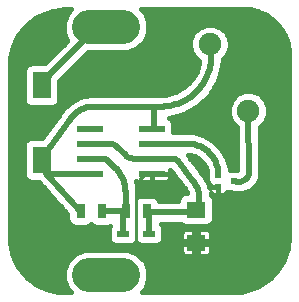
<source format=gtl>
G75*
G70*
%OFA0B0*%
%FSLAX24Y24*%
%IPPOS*%
%LPD*%
%AMOC8*
5,1,8,0,0,1.08239X$1,22.5*
%
%ADD10R,0.0866X0.0236*%
%ADD11R,0.0315X0.0472*%
%ADD12R,0.0394X0.0236*%
%ADD13R,0.0630X0.0551*%
%ADD14R,0.0630X0.0906*%
%ADD15C,0.0754*%
%ADD16C,0.1130*%
%ADD17R,0.0236X0.0197*%
%ADD18C,0.0200*%
%ADD19C,0.0160*%
%ADD20OC8,0.1950*%
%ADD21C,0.0100*%
D10*
X003562Y004434D03*
X003562Y004934D03*
X003562Y005434D03*
X003562Y005934D03*
X005609Y005934D03*
X005609Y005434D03*
X005609Y004934D03*
X005609Y004434D03*
D11*
X005440Y003184D03*
X004731Y003184D03*
X003940Y003184D03*
X003231Y003184D03*
D12*
X004652Y002434D03*
X005519Y002434D03*
D13*
X007086Y002133D03*
X007086Y003235D03*
D14*
X001936Y004894D03*
X001936Y007374D03*
D15*
X007546Y008742D03*
X008825Y006526D03*
D16*
X004651Y009318D02*
X003521Y009318D01*
X003521Y001050D02*
X004651Y001050D01*
D17*
X007830Y003987D03*
X007830Y004381D03*
X008341Y004184D03*
D18*
X008376Y004171D01*
X008411Y004162D01*
X008447Y004156D01*
X008484Y004153D01*
X008521Y004154D01*
X008557Y004159D01*
X008593Y004167D01*
X008628Y004179D01*
X008662Y004194D01*
X008694Y004212D01*
X008724Y004234D01*
X008751Y004258D01*
X008776Y004285D01*
X008799Y004314D01*
X008818Y004345D01*
X008835Y004378D01*
X008836Y004378D02*
X008825Y006526D01*
X006776Y005434D02*
X005609Y005434D01*
X005609Y004934D02*
X004982Y004934D01*
X004732Y005038D02*
X004439Y005331D01*
X004189Y005434D02*
X003562Y005434D01*
X002848Y006172D02*
X002879Y006223D01*
X002913Y006271D01*
X002950Y006318D01*
X002989Y006362D01*
X003031Y006404D01*
X003076Y006443D01*
X003122Y006480D01*
X003171Y006514D01*
X003221Y006545D01*
X003274Y006573D01*
X003328Y006597D01*
X003383Y006619D01*
X003439Y006637D01*
X003497Y006652D01*
X003555Y006664D01*
X003554Y006664D02*
X005681Y006664D01*
X005681Y006005D01*
X005616Y005934D01*
X005609Y005934D01*
X005681Y006664D02*
X005900Y006664D01*
X004982Y004934D02*
X004947Y004936D01*
X004913Y004941D01*
X004879Y004949D01*
X004847Y004961D01*
X004815Y004976D01*
X004785Y004994D01*
X004757Y005014D01*
X004732Y005038D01*
X004394Y004625D02*
X004086Y004934D01*
X003562Y004934D01*
X003562Y004434D02*
X002156Y004434D01*
X002126Y004524D01*
X002126Y004894D01*
X001936Y004894D01*
X001936Y004894D01*
X002126Y004894D02*
X002126Y005068D01*
X002231Y005362D02*
X002847Y006172D01*
X002231Y005363D02*
X002207Y005331D01*
X002186Y005297D01*
X002167Y005262D01*
X002152Y005225D01*
X002140Y005186D01*
X002132Y005147D01*
X002127Y005108D01*
X002125Y005068D01*
X002126Y004524D02*
X002126Y004484D01*
X002156Y004434D02*
X002156Y004364D01*
X002226Y004294D01*
X003226Y003184D01*
X003231Y003184D01*
X003236Y003184D01*
X004731Y003812D02*
X004729Y003876D01*
X004724Y003941D01*
X004715Y004005D01*
X004702Y004068D01*
X004686Y004130D01*
X004666Y004192D01*
X004643Y004252D01*
X004617Y004311D01*
X004588Y004368D01*
X004555Y004424D01*
X004519Y004477D01*
X004480Y004529D01*
X004439Y004578D01*
X004394Y004625D01*
X004439Y005331D02*
X004414Y005355D01*
X004386Y005375D01*
X004356Y005393D01*
X004324Y005408D01*
X004292Y005420D01*
X004258Y005428D01*
X004224Y005433D01*
X004189Y005435D01*
X005609Y004934D02*
X006282Y004934D01*
X006476Y004854D02*
X006949Y004230D01*
X007829Y004381D02*
X007827Y004445D01*
X007821Y004508D01*
X007812Y004571D01*
X007798Y004633D01*
X007781Y004694D01*
X007761Y004754D01*
X007736Y004813D01*
X007708Y004870D01*
X007677Y004926D01*
X007643Y004979D01*
X007605Y005030D01*
X007564Y005079D01*
X007521Y005126D01*
X007474Y005169D01*
X007425Y005210D01*
X007374Y005248D01*
X007321Y005282D01*
X007265Y005313D01*
X007208Y005341D01*
X007149Y005366D01*
X007089Y005386D01*
X007028Y005403D01*
X006966Y005417D01*
X006903Y005426D01*
X006840Y005432D01*
X006776Y005434D01*
X006475Y004854D02*
X006452Y004874D01*
X006427Y004892D01*
X006400Y004907D01*
X006372Y004919D01*
X006343Y004927D01*
X006313Y004932D01*
X006282Y004934D01*
X006949Y004230D02*
X006989Y004185D01*
X007026Y004136D01*
X007059Y004086D01*
X007089Y004033D01*
X007116Y003979D01*
X007138Y003922D01*
X007158Y003865D01*
X007173Y003806D01*
X007184Y003747D01*
X007192Y003687D01*
X007196Y003626D01*
X007195Y003566D01*
X007196Y003565D02*
X007196Y003174D01*
X007106Y003144D01*
X007086Y003235D01*
X007106Y003144D02*
X005556Y003144D01*
X005526Y003054D01*
X005440Y003184D01*
X005446Y003184D01*
X005519Y003184D01*
X005519Y002434D01*
X004652Y002434D02*
X004652Y003094D01*
X004656Y003094D01*
X004616Y003184D01*
X004731Y003184D01*
X004731Y003812D01*
X004652Y003184D02*
X004652Y003094D01*
X004616Y003184D02*
X003940Y003184D01*
X002156Y004364D02*
X002086Y004434D01*
X002086Y007341D02*
X001936Y007374D01*
X002279Y007807D02*
X003786Y009314D01*
X004086Y009314D01*
X004086Y009318D01*
X005900Y006664D02*
X005982Y006666D01*
X006064Y006672D01*
X006146Y006682D01*
X006227Y006696D01*
X006308Y006714D01*
X006387Y006736D01*
X006465Y006761D01*
X006542Y006791D01*
X006617Y006824D01*
X006691Y006861D01*
X006763Y006901D01*
X006833Y006945D01*
X006900Y006992D01*
X006965Y007042D01*
X007028Y007095D01*
X007088Y007152D01*
X007145Y007211D01*
X007199Y007273D01*
X007250Y007338D01*
X007298Y007404D01*
X007343Y007474D01*
X007384Y007545D01*
X007421Y007618D01*
X007455Y007693D01*
X007486Y007770D01*
X007512Y007847D01*
X007535Y007927D01*
X007554Y008007D01*
X007569Y008088D01*
X007580Y008169D01*
X007587Y008251D01*
X007590Y008333D01*
X007589Y008416D01*
X007584Y008498D01*
X007575Y008580D01*
X007562Y008661D01*
X007545Y008742D01*
X002279Y007807D02*
X002247Y007773D01*
X002217Y007736D01*
X002191Y007697D01*
X002167Y007657D01*
X002146Y007615D01*
X002128Y007571D01*
X002113Y007527D01*
X002101Y007481D01*
X002093Y007435D01*
X002088Y007388D01*
X002086Y007341D01*
D19*
X002676Y001123D02*
X001312Y001123D01*
X001403Y001010D02*
X001147Y001331D01*
X000969Y001701D01*
X000877Y002102D01*
X000865Y002308D01*
X000865Y002356D01*
X000865Y002363D01*
X000865Y008063D01*
X000877Y008269D01*
X000969Y008671D01*
X001148Y009042D01*
X001405Y009365D01*
X001727Y009622D01*
X002099Y009801D01*
X002501Y009893D01*
X002707Y009904D01*
X002751Y009904D01*
X002762Y009904D01*
X002912Y009904D01*
X002804Y009797D01*
X002676Y009486D01*
X002676Y009150D01*
X002795Y008861D01*
X002041Y008107D01*
X001565Y008107D01*
X001462Y008064D01*
X001383Y007986D01*
X001341Y007883D01*
X001341Y006866D01*
X001383Y006763D01*
X001462Y006684D01*
X001565Y006641D01*
X002306Y006641D01*
X002409Y006684D01*
X002488Y006763D01*
X002530Y006866D01*
X002530Y007519D01*
X002547Y007538D01*
X003482Y008473D01*
X004819Y008473D01*
X005129Y008602D01*
X005367Y008839D01*
X005495Y009150D01*
X005495Y009486D01*
X005367Y009797D01*
X005259Y009904D01*
X008898Y009904D01*
X009080Y009866D01*
X009445Y009711D01*
X009757Y009467D01*
X009996Y009151D01*
X010145Y008783D01*
X010193Y008390D01*
X010180Y008220D01*
X010176Y008208D01*
X010176Y008172D01*
X010171Y008136D01*
X010176Y008117D01*
X010176Y002649D01*
X010171Y002633D01*
X010176Y002594D01*
X010176Y002554D01*
X010179Y002545D01*
X010190Y002365D01*
X010143Y001941D01*
X010004Y001539D01*
X009778Y001178D01*
X009478Y000876D01*
X009118Y000648D01*
X008716Y000506D01*
X008516Y000472D01*
X005267Y000472D01*
X005367Y000572D01*
X005495Y000882D01*
X005495Y001218D01*
X005367Y001529D01*
X005129Y001767D01*
X004819Y001895D01*
X003352Y001895D01*
X003042Y001767D01*
X002804Y001529D01*
X002676Y001218D01*
X002676Y000882D01*
X002804Y000572D01*
X002904Y000472D01*
X002701Y000472D01*
X002496Y000483D01*
X002095Y000575D01*
X001725Y000753D01*
X001403Y001010D01*
X001459Y000965D02*
X002676Y000965D01*
X002707Y000806D02*
X001658Y000806D01*
X001944Y000648D02*
X002773Y000648D01*
X002887Y000489D02*
X002471Y000489D01*
X002702Y001282D02*
X001186Y001282D01*
X001094Y001440D02*
X002768Y001440D01*
X002874Y001599D02*
X001018Y001599D01*
X000956Y001757D02*
X003033Y001757D01*
X003018Y002668D02*
X002915Y002711D01*
X002836Y002789D01*
X002794Y002892D01*
X002794Y003096D01*
X001950Y004032D01*
X001833Y004149D01*
X001821Y004161D01*
X001565Y004161D01*
X001462Y004204D01*
X001383Y004283D01*
X001341Y004385D01*
X001341Y005402D01*
X001383Y005505D01*
X001462Y005584D01*
X001565Y005627D01*
X001955Y005627D01*
X002530Y006383D01*
X002620Y006540D01*
X002620Y006540D01*
X002920Y006822D01*
X002920Y006822D01*
X003288Y007005D01*
X003288Y007005D01*
X003449Y007032D01*
X003479Y007044D01*
X003523Y007044D01*
X003566Y007051D01*
X003597Y007044D01*
X005756Y007044D01*
X005825Y007044D01*
X005900Y007044D01*
X005901Y007044D01*
X006069Y007055D01*
X006394Y007141D01*
X006687Y007306D01*
X006928Y007541D01*
X007101Y007829D01*
X007195Y008152D01*
X007196Y008176D01*
X007173Y008185D01*
X006989Y008370D01*
X006889Y008611D01*
X006889Y008873D01*
X006989Y009114D01*
X007173Y009299D01*
X007415Y009399D01*
X007676Y009399D01*
X007918Y009299D01*
X008103Y009114D01*
X008203Y008873D01*
X008203Y008611D01*
X008103Y008370D01*
X007968Y008235D01*
X007963Y008033D01*
X007963Y008033D01*
X007813Y007518D01*
X007813Y007518D01*
X007537Y007059D01*
X007537Y007059D01*
X007537Y007059D01*
X007153Y006685D01*
X006687Y006421D01*
X006196Y006291D01*
X006201Y006290D01*
X006280Y006211D01*
X006322Y006108D01*
X006322Y005814D01*
X006701Y005814D01*
X006776Y005814D01*
X006852Y005814D01*
X006965Y005814D01*
X006965Y005814D01*
X007330Y005716D01*
X007330Y005716D01*
X007656Y005528D01*
X007656Y005528D01*
X007923Y005261D01*
X007923Y005261D01*
X008112Y004934D01*
X008112Y004934D01*
X008203Y004595D01*
X008216Y004562D01*
X008265Y004562D01*
X008273Y004565D01*
X008424Y004563D01*
X008424Y004562D01*
X008455Y004562D01*
X008448Y005974D01*
X008268Y006154D01*
X008168Y006395D01*
X008168Y006657D01*
X008268Y006898D01*
X008453Y007083D01*
X008695Y007183D01*
X008956Y007183D01*
X009198Y007083D01*
X009382Y006898D01*
X009482Y006657D01*
X009482Y006395D01*
X009382Y006154D01*
X009208Y005979D01*
X009215Y004451D01*
X009217Y004447D01*
X009215Y004375D01*
X009216Y004304D01*
X009214Y004300D01*
X009214Y004296D01*
X009186Y004231D01*
X009159Y004164D01*
X009155Y004161D01*
X009124Y004089D01*
X009124Y004089D01*
X008907Y003880D01*
X008907Y003880D01*
X008628Y003770D01*
X008628Y003770D01*
X008327Y003776D01*
X008327Y003776D01*
X008259Y003806D01*
X008168Y003806D01*
X008117Y003827D01*
X008115Y003819D01*
X008137Y003819D01*
X008115Y003819D02*
X008092Y003778D01*
X008058Y003745D01*
X008017Y003721D01*
X007971Y003709D01*
X007830Y003709D01*
X007830Y003987D01*
X007829Y003987D01*
X007531Y003987D01*
X007531Y003943D01*
X007505Y004058D01*
X007345Y004362D01*
X007345Y004362D01*
X007241Y004475D01*
X006808Y005045D01*
X006805Y005052D01*
X006864Y005048D01*
X007034Y005003D01*
X007186Y004915D01*
X007311Y004791D01*
X007398Y004639D01*
X007431Y004515D01*
X007431Y004227D01*
X007474Y004124D01*
X007531Y004067D01*
X007531Y003987D01*
X007829Y003987D01*
X007829Y003987D01*
X007829Y003709D01*
X007688Y003709D01*
X007642Y003721D01*
X007601Y003745D01*
X007570Y003776D01*
X007581Y003726D01*
X007638Y003669D01*
X007680Y003567D01*
X007680Y002904D01*
X007638Y002801D01*
X007559Y002722D01*
X007456Y002680D01*
X006715Y002680D01*
X006612Y002722D01*
X006570Y002764D01*
X005899Y002764D01*
X005953Y002711D01*
X005995Y002608D01*
X005995Y002260D01*
X005953Y002157D01*
X005874Y002079D01*
X005771Y002036D01*
X005266Y002036D01*
X005163Y002079D01*
X005086Y002156D01*
X005008Y002079D01*
X004905Y002036D01*
X004400Y002036D01*
X004297Y002079D01*
X004218Y002157D01*
X004176Y002260D01*
X004176Y002608D01*
X004210Y002692D01*
X004153Y002668D01*
X003727Y002668D01*
X003624Y002711D01*
X003586Y002749D01*
X003547Y002711D01*
X003444Y002668D01*
X003018Y002668D01*
X002919Y002709D02*
X000865Y002709D01*
X000865Y002550D02*
X004176Y002550D01*
X004176Y002392D02*
X000865Y002392D01*
X000870Y002233D02*
X004187Y002233D01*
X004307Y002075D02*
X000883Y002075D01*
X000920Y001916D02*
X006591Y001916D01*
X006591Y001834D02*
X006603Y001788D01*
X006626Y001747D01*
X006660Y001713D01*
X006701Y001690D01*
X006747Y001677D01*
X007028Y001677D01*
X007028Y002075D01*
X007143Y002075D01*
X007143Y001677D01*
X007424Y001677D01*
X007470Y001690D01*
X007511Y001713D01*
X007544Y001747D01*
X007568Y001788D01*
X007580Y001834D01*
X007580Y002075D01*
X007144Y002075D01*
X007144Y002191D01*
X007580Y002191D01*
X007580Y002432D01*
X007568Y002478D01*
X007544Y002519D01*
X007511Y002553D01*
X007470Y002576D01*
X007424Y002588D01*
X007143Y002588D01*
X007143Y002191D01*
X007028Y002191D01*
X007028Y002588D01*
X006747Y002588D01*
X006701Y002576D01*
X006660Y002553D01*
X006626Y002519D01*
X006603Y002478D01*
X006591Y002432D01*
X006591Y002191D01*
X007027Y002191D01*
X007027Y002075D01*
X006591Y002075D01*
X006591Y001834D01*
X006620Y001757D02*
X005138Y001757D01*
X005297Y001599D02*
X010025Y001599D01*
X009942Y001440D02*
X005404Y001440D01*
X005469Y001282D02*
X009843Y001282D01*
X009724Y001123D02*
X005495Y001123D01*
X005495Y000965D02*
X009566Y000965D01*
X009368Y000806D02*
X005464Y000806D01*
X005398Y000648D02*
X009116Y000648D01*
X008616Y000489D02*
X005284Y000489D01*
X005173Y002075D02*
X004998Y002075D01*
X005864Y002075D02*
X006591Y002075D01*
X006591Y002233D02*
X005984Y002233D01*
X005995Y002392D02*
X006591Y002392D01*
X006658Y002550D02*
X005995Y002550D01*
X005954Y002709D02*
X006645Y002709D01*
X007028Y002550D02*
X007143Y002550D01*
X007143Y002392D02*
X007028Y002392D01*
X007028Y002233D02*
X007143Y002233D01*
X007143Y002075D02*
X007028Y002075D01*
X007028Y001916D02*
X007143Y001916D01*
X007143Y001757D02*
X007028Y001757D01*
X007551Y001757D02*
X010080Y001757D01*
X010135Y001916D02*
X007580Y001916D01*
X007580Y002075D02*
X010158Y002075D01*
X010176Y002233D02*
X007580Y002233D01*
X007580Y002392D02*
X010188Y002392D01*
X010177Y002550D02*
X007513Y002550D01*
X007526Y002709D02*
X010176Y002709D01*
X010176Y002867D02*
X007665Y002867D01*
X007680Y003026D02*
X010176Y003026D01*
X010176Y003184D02*
X007680Y003184D01*
X007680Y003343D02*
X010176Y003343D01*
X010176Y003501D02*
X007680Y003501D01*
X007642Y003660D02*
X010176Y003660D01*
X010176Y003819D02*
X008751Y003819D01*
X009008Y003977D02*
X010176Y003977D01*
X010176Y004136D02*
X009144Y004136D01*
X009213Y004294D02*
X010176Y004294D01*
X010176Y004453D02*
X009215Y004453D01*
X009214Y004611D02*
X010176Y004611D01*
X010176Y004770D02*
X009214Y004770D01*
X009213Y004928D02*
X010176Y004928D01*
X010176Y005087D02*
X009212Y005087D01*
X009211Y005245D02*
X010176Y005245D01*
X010176Y005404D02*
X009211Y005404D01*
X009210Y005563D02*
X010176Y005563D01*
X010176Y005721D02*
X009209Y005721D01*
X009208Y005880D02*
X010176Y005880D01*
X010176Y006038D02*
X009267Y006038D01*
X009400Y006197D02*
X010176Y006197D01*
X010176Y006355D02*
X009466Y006355D01*
X009482Y006514D02*
X010176Y006514D01*
X010176Y006672D02*
X009476Y006672D01*
X009410Y006831D02*
X010176Y006831D01*
X010176Y006989D02*
X009291Y006989D01*
X009041Y007148D02*
X010176Y007148D01*
X010176Y007306D02*
X007686Y007306D01*
X007591Y007148D02*
X008610Y007148D01*
X008359Y006989D02*
X007466Y006989D01*
X007303Y006831D02*
X008240Y006831D01*
X008175Y006672D02*
X007132Y006672D01*
X006851Y006514D02*
X008168Y006514D01*
X008185Y006355D02*
X006438Y006355D01*
X006285Y006197D02*
X008250Y006197D01*
X008384Y006038D02*
X006322Y006038D01*
X006322Y005880D02*
X008448Y005880D01*
X008449Y005721D02*
X007312Y005721D01*
X007596Y005563D02*
X008450Y005563D01*
X008451Y005404D02*
X007780Y005404D01*
X007932Y005245D02*
X008451Y005245D01*
X008452Y005087D02*
X008024Y005087D01*
X008113Y004928D02*
X008453Y004928D01*
X008454Y004770D02*
X008156Y004770D01*
X008198Y004611D02*
X008454Y004611D01*
X007830Y003977D02*
X007829Y003977D01*
X007829Y003819D02*
X007830Y003819D01*
X007531Y003977D02*
X007524Y003977D01*
X007505Y004058D02*
X007505Y004058D01*
X007469Y004136D02*
X007465Y004136D01*
X007431Y004294D02*
X007381Y004294D01*
X007431Y004453D02*
X007261Y004453D01*
X007137Y004611D02*
X007406Y004611D01*
X007323Y004770D02*
X007017Y004770D01*
X006896Y004928D02*
X007163Y004928D01*
X006424Y004294D02*
X006222Y004294D01*
X006222Y004292D02*
X006222Y004434D01*
X005610Y004434D01*
X005610Y004434D01*
X006222Y004434D01*
X006222Y004554D01*
X006226Y004554D01*
X006613Y004045D01*
X006619Y004027D01*
X006658Y003985D01*
X006693Y003940D01*
X006700Y003936D01*
X006716Y003916D01*
X006782Y003791D01*
X006715Y003791D01*
X006612Y003748D01*
X006533Y003669D01*
X006491Y003567D01*
X006491Y003524D01*
X005857Y003524D01*
X005835Y003579D01*
X005756Y003658D01*
X005653Y003700D01*
X005227Y003700D01*
X005124Y003658D01*
X005111Y003645D01*
X005111Y003888D01*
X005111Y004013D01*
X005069Y004170D01*
X005107Y004148D01*
X005152Y004136D01*
X005609Y004136D01*
X005609Y004434D01*
X005609Y004434D01*
X005609Y004136D01*
X006066Y004136D01*
X006112Y004148D01*
X006153Y004172D01*
X006186Y004205D01*
X006210Y004246D01*
X006222Y004292D01*
X006222Y004453D02*
X006303Y004453D01*
X006544Y004136D02*
X005078Y004136D01*
X005111Y003977D02*
X006664Y003977D01*
X006767Y003819D02*
X005111Y003819D01*
X005111Y003660D02*
X005129Y003660D01*
X005750Y003660D02*
X006529Y003660D01*
X005609Y004294D02*
X005609Y004294D01*
X003628Y002709D02*
X003543Y002709D01*
X002804Y002867D02*
X000865Y002867D01*
X000865Y003026D02*
X002794Y003026D01*
X002714Y003184D02*
X000865Y003184D01*
X000865Y003343D02*
X002571Y003343D01*
X002428Y003501D02*
X000865Y003501D01*
X000865Y003660D02*
X002285Y003660D01*
X002142Y003819D02*
X000865Y003819D01*
X000865Y003977D02*
X002000Y003977D01*
X001847Y004136D02*
X000865Y004136D01*
X000865Y004294D02*
X001378Y004294D01*
X001341Y004453D02*
X000865Y004453D01*
X000865Y004611D02*
X001341Y004611D01*
X001341Y004770D02*
X000865Y004770D01*
X000865Y004928D02*
X001341Y004928D01*
X001341Y005087D02*
X000865Y005087D01*
X000865Y005245D02*
X001341Y005245D01*
X001341Y005404D02*
X000865Y005404D01*
X000865Y005563D02*
X001440Y005563D01*
X000865Y005721D02*
X002027Y005721D01*
X002147Y005880D02*
X000865Y005880D01*
X000865Y006038D02*
X002268Y006038D01*
X002388Y006197D02*
X000865Y006197D01*
X000865Y006355D02*
X002509Y006355D01*
X002605Y006514D02*
X000865Y006514D01*
X000865Y006672D02*
X001490Y006672D01*
X001355Y006831D02*
X000865Y006831D01*
X000865Y006989D02*
X001341Y006989D01*
X001341Y007148D02*
X000865Y007148D01*
X000865Y007306D02*
X001341Y007306D01*
X001341Y007465D02*
X000865Y007465D01*
X000865Y007624D02*
X001341Y007624D01*
X001341Y007782D02*
X000865Y007782D01*
X000865Y007941D02*
X001365Y007941D01*
X001546Y008099D02*
X000867Y008099D01*
X000876Y008258D02*
X002192Y008258D01*
X002350Y008416D02*
X000911Y008416D01*
X000947Y008575D02*
X002509Y008575D01*
X002667Y008733D02*
X000999Y008733D01*
X001075Y008892D02*
X002782Y008892D01*
X002717Y009050D02*
X001154Y009050D01*
X001281Y009209D02*
X002676Y009209D01*
X002676Y009368D02*
X001408Y009368D01*
X001607Y009526D02*
X002692Y009526D01*
X002758Y009685D02*
X001858Y009685D01*
X002285Y009843D02*
X002851Y009843D01*
X003425Y008416D02*
X006969Y008416D01*
X007101Y008258D02*
X003267Y008258D01*
X003108Y008099D02*
X007180Y008099D01*
X007133Y007941D02*
X002949Y007941D01*
X002791Y007782D02*
X007073Y007782D01*
X006977Y007624D02*
X002632Y007624D01*
X002530Y007465D02*
X006850Y007465D01*
X006687Y007306D02*
X002530Y007306D01*
X002530Y007148D02*
X006407Y007148D01*
X007781Y007465D02*
X010176Y007465D01*
X010176Y007624D02*
X007844Y007624D01*
X007890Y007782D02*
X010176Y007782D01*
X010176Y007941D02*
X007936Y007941D01*
X007965Y008099D02*
X010176Y008099D01*
X010183Y008258D02*
X007991Y008258D01*
X008122Y008416D02*
X010190Y008416D01*
X010170Y008575D02*
X008188Y008575D01*
X008203Y008733D02*
X010151Y008733D01*
X010101Y008892D02*
X008195Y008892D01*
X008129Y009050D02*
X010036Y009050D01*
X009952Y009209D02*
X008008Y009209D01*
X007753Y009368D02*
X009833Y009368D01*
X009682Y009526D02*
X005479Y009526D01*
X005495Y009368D02*
X007338Y009368D01*
X007083Y009209D02*
X005495Y009209D01*
X005454Y009050D02*
X006962Y009050D01*
X006896Y008892D02*
X005389Y008892D01*
X005261Y008733D02*
X006889Y008733D01*
X006904Y008575D02*
X005065Y008575D01*
X005413Y009685D02*
X009479Y009685D01*
X009134Y009843D02*
X005320Y009843D01*
X003258Y006989D02*
X002530Y006989D01*
X002516Y006831D02*
X002939Y006831D01*
X002761Y006672D02*
X002381Y006672D01*
D20*
X008936Y002134D03*
D21*
X007086Y002133D02*
X007086Y001684D01*
X005586Y001684D01*
X005086Y002184D01*
X005086Y003910D01*
X005085Y003910D02*
X005087Y003953D01*
X005092Y003996D01*
X005101Y004039D01*
X005113Y004080D01*
X005129Y004120D01*
X005148Y004159D01*
X005170Y004197D01*
X005195Y004232D01*
X005223Y004265D01*
X005254Y004296D01*
X005287Y004324D01*
X005322Y004349D01*
X005360Y004371D01*
X005399Y004390D01*
X005439Y004406D01*
X005480Y004418D01*
X005523Y004427D01*
X005566Y004432D01*
X005609Y004434D01*
M02*

</source>
